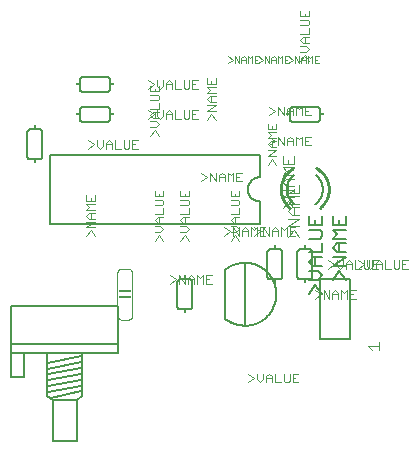
<source format=gto>
G75*
%MOIN*%
%OFA0B0*%
%FSLAX25Y25*%
%IPPOS*%
%LPD*%
%AMOC8*
5,1,8,0,0,1.08239X$1,22.5*
%
%ADD10C,0.00400*%
%ADD11C,0.00300*%
%ADD12R,0.04000X0.01000*%
%ADD13C,0.00600*%
%ADD14C,0.01000*%
%ADD15C,0.00500*%
%ADD16R,0.01500X0.01000*%
%ADD17R,0.01000X0.01500*%
%ADD18C,0.00800*%
%ADD19C,0.00200*%
D10*
X0051788Y0047883D02*
X0051788Y0061883D01*
X0051790Y0061959D01*
X0051796Y0062035D01*
X0051805Y0062110D01*
X0051819Y0062185D01*
X0051836Y0062259D01*
X0051857Y0062332D01*
X0051881Y0062404D01*
X0051910Y0062475D01*
X0051941Y0062544D01*
X0051976Y0062611D01*
X0052015Y0062676D01*
X0052057Y0062740D01*
X0052102Y0062801D01*
X0052150Y0062860D01*
X0052201Y0062916D01*
X0052255Y0062970D01*
X0052311Y0063021D01*
X0052370Y0063069D01*
X0052431Y0063114D01*
X0052495Y0063156D01*
X0052560Y0063195D01*
X0052627Y0063230D01*
X0052696Y0063261D01*
X0052767Y0063290D01*
X0052839Y0063314D01*
X0052912Y0063335D01*
X0052986Y0063352D01*
X0053061Y0063366D01*
X0053136Y0063375D01*
X0053212Y0063381D01*
X0053288Y0063383D01*
X0055288Y0063383D01*
X0055364Y0063381D01*
X0055440Y0063375D01*
X0055515Y0063366D01*
X0055590Y0063352D01*
X0055664Y0063335D01*
X0055737Y0063314D01*
X0055809Y0063290D01*
X0055880Y0063261D01*
X0055949Y0063230D01*
X0056016Y0063195D01*
X0056081Y0063156D01*
X0056145Y0063114D01*
X0056206Y0063069D01*
X0056265Y0063021D01*
X0056321Y0062970D01*
X0056375Y0062916D01*
X0056426Y0062860D01*
X0056474Y0062801D01*
X0056519Y0062740D01*
X0056561Y0062676D01*
X0056600Y0062611D01*
X0056635Y0062544D01*
X0056666Y0062475D01*
X0056695Y0062404D01*
X0056719Y0062332D01*
X0056740Y0062259D01*
X0056757Y0062185D01*
X0056771Y0062110D01*
X0056780Y0062035D01*
X0056786Y0061959D01*
X0056788Y0061883D01*
X0056788Y0047883D01*
X0056786Y0047807D01*
X0056780Y0047731D01*
X0056771Y0047656D01*
X0056757Y0047581D01*
X0056740Y0047507D01*
X0056719Y0047434D01*
X0056695Y0047362D01*
X0056666Y0047291D01*
X0056635Y0047222D01*
X0056600Y0047155D01*
X0056561Y0047090D01*
X0056519Y0047026D01*
X0056474Y0046965D01*
X0056426Y0046906D01*
X0056375Y0046850D01*
X0056321Y0046796D01*
X0056265Y0046745D01*
X0056206Y0046697D01*
X0056145Y0046652D01*
X0056081Y0046610D01*
X0056016Y0046571D01*
X0055949Y0046536D01*
X0055880Y0046505D01*
X0055809Y0046476D01*
X0055737Y0046452D01*
X0055664Y0046431D01*
X0055590Y0046414D01*
X0055515Y0046400D01*
X0055440Y0046391D01*
X0055364Y0046385D01*
X0055288Y0046383D01*
X0053288Y0046383D01*
X0053212Y0046385D01*
X0053136Y0046391D01*
X0053061Y0046400D01*
X0052986Y0046414D01*
X0052912Y0046431D01*
X0052839Y0046452D01*
X0052767Y0046476D01*
X0052696Y0046505D01*
X0052627Y0046536D01*
X0052560Y0046571D01*
X0052495Y0046610D01*
X0052431Y0046652D01*
X0052370Y0046697D01*
X0052311Y0046745D01*
X0052255Y0046796D01*
X0052201Y0046850D01*
X0052150Y0046906D01*
X0052102Y0046965D01*
X0052057Y0047026D01*
X0052015Y0047090D01*
X0051976Y0047155D01*
X0051941Y0047222D01*
X0051910Y0047291D01*
X0051881Y0047362D01*
X0051857Y0047434D01*
X0051836Y0047507D01*
X0051819Y0047581D01*
X0051805Y0047656D01*
X0051796Y0047731D01*
X0051790Y0047807D01*
X0051788Y0047883D01*
X0106985Y0083667D02*
X0108786Y0086069D01*
X0110588Y0083667D01*
X0110586Y0083792D02*
X0110586Y0081390D01*
X0109986Y0081390D02*
X0108785Y0082591D01*
X0109986Y0083792D01*
X0112388Y0083792D01*
X0112388Y0085073D02*
X0108785Y0085073D01*
X0109986Y0086274D01*
X0108785Y0087475D01*
X0112388Y0087475D01*
X0112388Y0088756D02*
X0112388Y0091158D01*
X0110588Y0091033D02*
X0108186Y0091033D01*
X0106985Y0092234D01*
X0108186Y0093436D01*
X0110588Y0093436D01*
X0110588Y0094717D02*
X0106985Y0094717D01*
X0108186Y0095918D01*
X0106985Y0097119D01*
X0110588Y0097119D01*
X0110588Y0098400D02*
X0110588Y0100802D01*
X0108786Y0099601D02*
X0108786Y0098400D01*
X0106985Y0098400D02*
X0110588Y0098400D01*
X0106985Y0098400D02*
X0106985Y0100802D01*
X0108786Y0093436D02*
X0108786Y0091033D01*
X0108785Y0091158D02*
X0108785Y0088756D01*
X0112388Y0088756D01*
X0110586Y0088756D02*
X0110586Y0089957D01*
X0110588Y0089752D02*
X0106985Y0089752D01*
X0106985Y0087350D02*
X0110588Y0089752D01*
X0110588Y0087350D02*
X0106985Y0087350D01*
X0109986Y0081390D02*
X0112388Y0081390D01*
X0112388Y0080109D02*
X0108785Y0080109D01*
X0108785Y0077707D02*
X0112388Y0080109D01*
X0112388Y0077707D02*
X0108785Y0077707D01*
X0110586Y0076425D02*
X0112388Y0074023D01*
X0110586Y0076425D02*
X0108785Y0074023D01*
D11*
X0109241Y0074333D02*
X0111176Y0074333D01*
X0110209Y0075784D02*
X0109241Y0075784D01*
X0109241Y0077235D02*
X0109241Y0074333D01*
X0108230Y0074333D02*
X0108230Y0077235D01*
X0107262Y0076268D01*
X0106295Y0077235D01*
X0106295Y0074333D01*
X0105283Y0074333D02*
X0105283Y0076268D01*
X0104316Y0077235D01*
X0103348Y0076268D01*
X0103348Y0074333D01*
X0102336Y0074333D02*
X0102336Y0077235D01*
X0101176Y0077235D02*
X0099241Y0077235D01*
X0099241Y0074333D01*
X0101176Y0074333D01*
X0100402Y0074333D02*
X0100402Y0077235D01*
X0102336Y0074333D01*
X0103348Y0075784D02*
X0105283Y0075784D01*
X0109241Y0077235D02*
X0111176Y0077235D01*
X0100209Y0075784D02*
X0099241Y0075784D01*
X0099390Y0075784D02*
X0097455Y0074333D01*
X0098230Y0074333D02*
X0098230Y0077235D01*
X0097262Y0076268D01*
X0096295Y0077235D01*
X0096295Y0074333D01*
X0095283Y0074333D02*
X0095283Y0076268D01*
X0094316Y0077235D01*
X0093348Y0076268D01*
X0093348Y0074333D01*
X0092336Y0074333D02*
X0092336Y0077235D01*
X0092488Y0076626D02*
X0091520Y0077594D01*
X0089585Y0077594D01*
X0090402Y0077235D02*
X0092336Y0074333D01*
X0091036Y0074647D02*
X0092488Y0072712D01*
X0091036Y0074647D02*
X0089585Y0072712D01*
X0090402Y0074333D02*
X0090402Y0077235D01*
X0090553Y0078605D02*
X0089585Y0079573D01*
X0090553Y0080540D01*
X0092488Y0080540D01*
X0092488Y0081552D02*
X0092488Y0083487D01*
X0092004Y0084498D02*
X0092488Y0084982D01*
X0092488Y0085949D01*
X0092004Y0086433D01*
X0089585Y0086433D01*
X0089585Y0087445D02*
X0092488Y0087445D01*
X0092488Y0089380D01*
X0091036Y0088412D02*
X0091036Y0087445D01*
X0089585Y0087445D02*
X0089585Y0089380D01*
X0090499Y0092533D02*
X0090499Y0095435D01*
X0089532Y0094468D01*
X0088564Y0095435D01*
X0088564Y0092533D01*
X0087553Y0092533D02*
X0087553Y0094468D01*
X0086585Y0095435D01*
X0085618Y0094468D01*
X0085618Y0092533D01*
X0084606Y0092533D02*
X0084606Y0095435D01*
X0085618Y0093984D02*
X0087553Y0093984D01*
X0084606Y0092533D02*
X0082671Y0095435D01*
X0082671Y0092533D01*
X0081660Y0093984D02*
X0079725Y0092533D01*
X0081660Y0093984D02*
X0079725Y0095435D01*
X0075738Y0089380D02*
X0075738Y0087445D01*
X0072835Y0087445D01*
X0072835Y0089380D01*
X0074286Y0088412D02*
X0074286Y0087445D01*
X0075254Y0086433D02*
X0072835Y0086433D01*
X0075254Y0086433D02*
X0075738Y0085949D01*
X0075738Y0084982D01*
X0075254Y0084498D01*
X0072835Y0084498D01*
X0072835Y0081552D02*
X0075738Y0081552D01*
X0075738Y0083487D01*
X0075738Y0080540D02*
X0073803Y0080540D01*
X0072835Y0079573D01*
X0073803Y0078605D01*
X0075738Y0078605D01*
X0074770Y0077594D02*
X0072835Y0077594D01*
X0074286Y0078605D02*
X0074286Y0080540D01*
X0074770Y0077594D02*
X0075738Y0076626D01*
X0074770Y0075659D01*
X0072835Y0075659D01*
X0074286Y0074647D02*
X0075738Y0072712D01*
X0074286Y0074647D02*
X0072835Y0072712D01*
X0067138Y0072712D02*
X0065686Y0074647D01*
X0064235Y0072712D01*
X0064235Y0075659D02*
X0066170Y0075659D01*
X0067138Y0076626D01*
X0066170Y0077594D01*
X0064235Y0077594D01*
X0065203Y0078605D02*
X0064235Y0079573D01*
X0065203Y0080540D01*
X0067138Y0080540D01*
X0067138Y0081552D02*
X0067138Y0083487D01*
X0066654Y0084498D02*
X0067138Y0084982D01*
X0067138Y0085949D01*
X0066654Y0086433D01*
X0064235Y0086433D01*
X0064235Y0087445D02*
X0067138Y0087445D01*
X0067138Y0089380D01*
X0065686Y0088412D02*
X0065686Y0087445D01*
X0064235Y0087445D02*
X0064235Y0089380D01*
X0064235Y0084498D02*
X0066654Y0084498D01*
X0067138Y0081552D02*
X0064235Y0081552D01*
X0065686Y0080540D02*
X0065686Y0078605D01*
X0065203Y0078605D02*
X0067138Y0078605D01*
X0069475Y0061235D02*
X0071410Y0059784D01*
X0069475Y0058333D01*
X0072421Y0058333D02*
X0072421Y0061235D01*
X0074356Y0058333D01*
X0074356Y0061235D01*
X0075368Y0060268D02*
X0076335Y0061235D01*
X0077303Y0060268D01*
X0077303Y0058333D01*
X0078314Y0058333D02*
X0078314Y0061235D01*
X0079282Y0060268D01*
X0080249Y0061235D01*
X0080249Y0058333D01*
X0081261Y0058333D02*
X0083196Y0058333D01*
X0082228Y0059784D02*
X0081261Y0059784D01*
X0081261Y0061235D02*
X0081261Y0058333D01*
X0081261Y0061235D02*
X0083196Y0061235D01*
X0077303Y0059784D02*
X0075368Y0059784D01*
X0075368Y0060268D02*
X0075368Y0058333D01*
X0087455Y0074333D02*
X0089390Y0075784D01*
X0087455Y0077235D01*
X0089585Y0075659D02*
X0091520Y0075659D01*
X0092488Y0076626D01*
X0093348Y0075784D02*
X0095283Y0075784D01*
X0097455Y0077235D02*
X0099390Y0075784D01*
X0092488Y0078605D02*
X0090553Y0078605D01*
X0091036Y0078605D02*
X0091036Y0080540D01*
X0089585Y0081552D02*
X0092488Y0081552D01*
X0092004Y0084498D02*
X0089585Y0084498D01*
X0091511Y0092533D02*
X0093446Y0092533D01*
X0092478Y0093984D02*
X0091511Y0093984D01*
X0091511Y0095435D02*
X0091511Y0092533D01*
X0091511Y0095435D02*
X0093446Y0095435D01*
X0101935Y0098050D02*
X0103386Y0099985D01*
X0104838Y0098050D01*
X0104838Y0100997D02*
X0101935Y0100997D01*
X0104838Y0102932D01*
X0101935Y0102932D01*
X0102903Y0103943D02*
X0101935Y0104911D01*
X0102903Y0105878D01*
X0104838Y0105878D01*
X0104410Y0105984D02*
X0102475Y0104533D01*
X0102903Y0103943D02*
X0104838Y0103943D01*
X0105421Y0104533D02*
X0105421Y0107435D01*
X0107356Y0104533D01*
X0107356Y0107435D01*
X0108368Y0106468D02*
X0109335Y0107435D01*
X0110303Y0106468D01*
X0110303Y0104533D01*
X0111314Y0104533D02*
X0111314Y0107435D01*
X0112282Y0106468D01*
X0113249Y0107435D01*
X0113249Y0104533D01*
X0114261Y0104533D02*
X0116196Y0104533D01*
X0115228Y0105984D02*
X0114261Y0105984D01*
X0114261Y0107435D02*
X0114261Y0104533D01*
X0114261Y0107435D02*
X0116196Y0107435D01*
X0110303Y0105984D02*
X0108368Y0105984D01*
X0108368Y0106468D02*
X0108368Y0104533D01*
X0104838Y0106890D02*
X0101935Y0106890D01*
X0102903Y0107857D01*
X0101935Y0108825D01*
X0104838Y0108825D01*
X0104838Y0109836D02*
X0104838Y0111771D01*
X0103386Y0110804D02*
X0103386Y0109836D01*
X0101935Y0109836D02*
X0104838Y0109836D01*
X0101935Y0109836D02*
X0101935Y0111771D01*
X0102475Y0114533D02*
X0104410Y0115984D01*
X0102475Y0117435D01*
X0105421Y0117435D02*
X0105421Y0114533D01*
X0107356Y0114533D02*
X0107356Y0117435D01*
X0108368Y0116468D02*
X0109335Y0117435D01*
X0110303Y0116468D01*
X0110303Y0114533D01*
X0111314Y0114533D02*
X0111314Y0117435D01*
X0112282Y0116468D01*
X0113249Y0117435D01*
X0113249Y0114533D01*
X0114261Y0114533D02*
X0116196Y0114533D01*
X0115228Y0115984D02*
X0114261Y0115984D01*
X0114261Y0117435D02*
X0114261Y0114533D01*
X0114261Y0117435D02*
X0116196Y0117435D01*
X0110303Y0115984D02*
X0108368Y0115984D01*
X0108368Y0116468D02*
X0108368Y0114533D01*
X0107356Y0114533D02*
X0105421Y0117435D01*
X0102475Y0107435D02*
X0104410Y0105984D01*
X0103386Y0105878D02*
X0103386Y0103943D01*
X0084638Y0113070D02*
X0083186Y0115005D01*
X0081735Y0113070D01*
X0081735Y0116017D02*
X0084638Y0117952D01*
X0081735Y0117952D01*
X0082703Y0118963D02*
X0081735Y0119931D01*
X0082703Y0120898D01*
X0084638Y0120898D01*
X0084638Y0121910D02*
X0081735Y0121910D01*
X0082703Y0122877D01*
X0081735Y0123845D01*
X0084638Y0123845D01*
X0084638Y0124856D02*
X0084638Y0126791D01*
X0083186Y0125824D02*
X0083186Y0124856D01*
X0081735Y0124856D02*
X0084638Y0124856D01*
X0081735Y0124856D02*
X0081735Y0126791D01*
X0078784Y0126335D02*
X0076849Y0126335D01*
X0076849Y0123433D01*
X0078784Y0123433D01*
X0077817Y0124884D02*
X0076849Y0124884D01*
X0075838Y0123917D02*
X0075354Y0123433D01*
X0074387Y0123433D01*
X0073903Y0123917D01*
X0073903Y0126335D01*
X0075838Y0126335D02*
X0075838Y0123917D01*
X0072891Y0123433D02*
X0070956Y0123433D01*
X0070956Y0126335D01*
X0069945Y0125368D02*
X0069945Y0123433D01*
X0069945Y0124884D02*
X0068010Y0124884D01*
X0068010Y0125368D02*
X0068010Y0123433D01*
X0066998Y0124400D02*
X0066998Y0126335D01*
X0068010Y0125368D02*
X0068977Y0126335D01*
X0069945Y0125368D01*
X0066998Y0124400D02*
X0066031Y0123433D01*
X0065063Y0124400D01*
X0065063Y0126335D01*
X0064052Y0124884D02*
X0062117Y0123433D01*
X0062835Y0124380D02*
X0062835Y0122445D01*
X0065738Y0122445D01*
X0065738Y0124380D01*
X0064286Y0123412D02*
X0064286Y0122445D01*
X0065254Y0121433D02*
X0065738Y0120949D01*
X0065738Y0119982D01*
X0065254Y0119498D01*
X0062835Y0119498D01*
X0062835Y0121433D02*
X0065254Y0121433D01*
X0065738Y0118487D02*
X0065738Y0116552D01*
X0062835Y0116552D01*
X0062117Y0116335D02*
X0064052Y0114884D01*
X0062117Y0113433D01*
X0062835Y0112594D02*
X0064770Y0112594D01*
X0065738Y0111626D01*
X0064770Y0110659D01*
X0062835Y0110659D01*
X0064286Y0109647D02*
X0065738Y0107712D01*
X0064286Y0109647D02*
X0062835Y0107712D01*
X0058784Y0106335D02*
X0056849Y0106335D01*
X0056849Y0103433D01*
X0058784Y0103433D01*
X0057817Y0104884D02*
X0056849Y0104884D01*
X0055838Y0103917D02*
X0055838Y0106335D01*
X0053903Y0106335D02*
X0053903Y0103917D01*
X0054387Y0103433D01*
X0055354Y0103433D01*
X0055838Y0103917D01*
X0052891Y0103433D02*
X0050956Y0103433D01*
X0050956Y0106335D01*
X0049945Y0105368D02*
X0049945Y0103433D01*
X0049945Y0104884D02*
X0048010Y0104884D01*
X0048010Y0105368D02*
X0048977Y0106335D01*
X0049945Y0105368D01*
X0048010Y0105368D02*
X0048010Y0103433D01*
X0046998Y0104400D02*
X0046998Y0106335D01*
X0046998Y0104400D02*
X0046031Y0103433D01*
X0045063Y0104400D01*
X0045063Y0106335D01*
X0044052Y0104884D02*
X0042117Y0103433D01*
X0044052Y0104884D02*
X0042117Y0106335D01*
X0041435Y0087906D02*
X0041435Y0085971D01*
X0044338Y0085971D01*
X0044338Y0087906D01*
X0042886Y0086939D02*
X0042886Y0085971D01*
X0041435Y0084960D02*
X0042403Y0083992D01*
X0041435Y0083025D01*
X0044338Y0083025D01*
X0044338Y0082013D02*
X0042403Y0082013D01*
X0041435Y0081046D01*
X0042403Y0080078D01*
X0044338Y0080078D01*
X0044338Y0079067D02*
X0041435Y0079067D01*
X0042886Y0080078D02*
X0042886Y0082013D01*
X0044338Y0079067D02*
X0041435Y0077132D01*
X0044338Y0077132D01*
X0042886Y0076120D02*
X0044338Y0074185D01*
X0042886Y0076120D02*
X0041435Y0074185D01*
X0041435Y0084960D02*
X0044338Y0084960D01*
X0063803Y0113605D02*
X0062835Y0114573D01*
X0063803Y0115540D01*
X0065738Y0115540D01*
X0065063Y0116335D02*
X0065063Y0114400D01*
X0066031Y0113433D01*
X0066998Y0114400D01*
X0066998Y0116335D01*
X0068010Y0115368D02*
X0068977Y0116335D01*
X0069945Y0115368D01*
X0069945Y0113433D01*
X0070956Y0113433D02*
X0072891Y0113433D01*
X0073903Y0113917D02*
X0074387Y0113433D01*
X0075354Y0113433D01*
X0075838Y0113917D01*
X0075838Y0116335D01*
X0076849Y0116335D02*
X0076849Y0113433D01*
X0078784Y0113433D01*
X0077817Y0114884D02*
X0076849Y0114884D01*
X0076849Y0116335D02*
X0078784Y0116335D01*
X0081735Y0116017D02*
X0084638Y0116017D01*
X0084638Y0118963D02*
X0082703Y0118963D01*
X0083186Y0118963D02*
X0083186Y0120898D01*
X0073903Y0116335D02*
X0073903Y0113917D01*
X0070956Y0113433D02*
X0070956Y0116335D01*
X0069945Y0114884D02*
X0068010Y0114884D01*
X0068010Y0115368D02*
X0068010Y0113433D01*
X0065738Y0113605D02*
X0063803Y0113605D01*
X0064286Y0113605D02*
X0064286Y0115540D01*
X0064052Y0124884D02*
X0062117Y0126335D01*
X0112835Y0132712D02*
X0114286Y0134647D01*
X0115738Y0132712D01*
X0114770Y0135659D02*
X0112835Y0135659D01*
X0112835Y0137594D02*
X0114770Y0137594D01*
X0115738Y0136626D01*
X0114770Y0135659D01*
X0114286Y0138605D02*
X0114286Y0140540D01*
X0113803Y0140540D02*
X0115738Y0140540D01*
X0115738Y0141552D02*
X0115738Y0143487D01*
X0115254Y0144498D02*
X0115738Y0144982D01*
X0115738Y0145949D01*
X0115254Y0146433D01*
X0112835Y0146433D01*
X0112835Y0147445D02*
X0115738Y0147445D01*
X0115738Y0149380D01*
X0114286Y0148412D02*
X0114286Y0147445D01*
X0112835Y0147445D02*
X0112835Y0149380D01*
X0112835Y0144498D02*
X0115254Y0144498D01*
X0115738Y0141552D02*
X0112835Y0141552D01*
X0113803Y0140540D02*
X0112835Y0139573D01*
X0113803Y0138605D01*
X0115738Y0138605D01*
X0122117Y0066335D02*
X0124052Y0064884D01*
X0122117Y0063433D01*
X0125063Y0064400D02*
X0125063Y0066335D01*
X0125063Y0064400D02*
X0126031Y0063433D01*
X0126998Y0064400D01*
X0126998Y0066335D01*
X0128010Y0065368D02*
X0128977Y0066335D01*
X0129945Y0065368D01*
X0129945Y0063433D01*
X0130956Y0063433D02*
X0132891Y0063433D01*
X0132117Y0063433D02*
X0134052Y0064884D01*
X0132117Y0066335D01*
X0130956Y0066335D02*
X0130956Y0063433D01*
X0129945Y0064884D02*
X0128010Y0064884D01*
X0128010Y0065368D02*
X0128010Y0063433D01*
X0133903Y0063917D02*
X0134387Y0063433D01*
X0135354Y0063433D01*
X0135838Y0063917D01*
X0135838Y0066335D01*
X0135063Y0066335D02*
X0135063Y0064400D01*
X0136031Y0063433D01*
X0136998Y0064400D01*
X0136998Y0066335D01*
X0136849Y0066335D02*
X0136849Y0063433D01*
X0138784Y0063433D01*
X0138010Y0063433D02*
X0138010Y0065368D01*
X0138977Y0066335D01*
X0139945Y0065368D01*
X0139945Y0063433D01*
X0140956Y0063433D02*
X0142891Y0063433D01*
X0143903Y0063917D02*
X0144387Y0063433D01*
X0145354Y0063433D01*
X0145838Y0063917D01*
X0145838Y0066335D01*
X0146849Y0066335D02*
X0146849Y0063433D01*
X0148784Y0063433D01*
X0147817Y0064884D02*
X0146849Y0064884D01*
X0146849Y0066335D02*
X0148784Y0066335D01*
X0143903Y0066335D02*
X0143903Y0063917D01*
X0140956Y0063433D02*
X0140956Y0066335D01*
X0139945Y0064884D02*
X0138010Y0064884D01*
X0137817Y0064884D02*
X0136849Y0064884D01*
X0136849Y0066335D02*
X0138784Y0066335D01*
X0133903Y0066335D02*
X0133903Y0063917D01*
X0131311Y0056335D02*
X0129376Y0056335D01*
X0129376Y0053433D01*
X0131311Y0053433D01*
X0130344Y0054884D02*
X0129376Y0054884D01*
X0128364Y0056335D02*
X0128364Y0053433D01*
X0126430Y0053433D02*
X0126430Y0056335D01*
X0127397Y0055368D01*
X0128364Y0056335D01*
X0125418Y0055368D02*
X0125418Y0053433D01*
X0125418Y0054884D02*
X0123483Y0054884D01*
X0123483Y0055368D02*
X0124450Y0056335D01*
X0125418Y0055368D01*
X0123483Y0055368D02*
X0123483Y0053433D01*
X0122471Y0053433D02*
X0122471Y0056335D01*
X0120536Y0056335D02*
X0122471Y0053433D01*
X0120536Y0053433D02*
X0120536Y0056335D01*
X0119525Y0054884D02*
X0117590Y0053433D01*
X0119525Y0054884D02*
X0117590Y0056335D01*
X0135434Y0037584D02*
X0139138Y0037584D01*
X0139138Y0036350D02*
X0139138Y0038819D01*
X0136669Y0036350D02*
X0135434Y0037584D01*
X0112142Y0028435D02*
X0110208Y0028435D01*
X0110208Y0025533D01*
X0112142Y0025533D01*
X0111175Y0026984D02*
X0110208Y0026984D01*
X0109196Y0026017D02*
X0109196Y0028435D01*
X0107261Y0028435D02*
X0107261Y0026017D01*
X0107745Y0025533D01*
X0108712Y0025533D01*
X0109196Y0026017D01*
X0106249Y0025533D02*
X0104314Y0025533D01*
X0104314Y0028435D01*
X0103303Y0027468D02*
X0103303Y0025533D01*
X0103303Y0026984D02*
X0101368Y0026984D01*
X0101368Y0027468D02*
X0102335Y0028435D01*
X0103303Y0027468D01*
X0101368Y0027468D02*
X0101368Y0025533D01*
X0100356Y0026500D02*
X0100356Y0028435D01*
X0100356Y0026500D02*
X0099389Y0025533D01*
X0098421Y0026500D01*
X0098421Y0028435D01*
X0097410Y0026984D02*
X0095475Y0025533D01*
X0097410Y0026984D02*
X0095475Y0028435D01*
D12*
X0054288Y0053883D03*
X0054288Y0055883D03*
D13*
X0029288Y0078383D02*
X0029288Y0101383D01*
X0099288Y0101383D01*
X0099288Y0093883D01*
X0099162Y0093881D01*
X0099037Y0093875D01*
X0098912Y0093865D01*
X0098787Y0093851D01*
X0098662Y0093834D01*
X0098538Y0093812D01*
X0098415Y0093787D01*
X0098293Y0093757D01*
X0098172Y0093724D01*
X0098052Y0093687D01*
X0097933Y0093647D01*
X0097816Y0093602D01*
X0097699Y0093554D01*
X0097585Y0093502D01*
X0097472Y0093447D01*
X0097361Y0093388D01*
X0097252Y0093326D01*
X0097145Y0093260D01*
X0097040Y0093191D01*
X0096937Y0093119D01*
X0096836Y0093044D01*
X0096738Y0092965D01*
X0096643Y0092883D01*
X0096550Y0092799D01*
X0096460Y0092711D01*
X0096372Y0092621D01*
X0096288Y0092528D01*
X0096206Y0092433D01*
X0096127Y0092335D01*
X0096052Y0092234D01*
X0095980Y0092131D01*
X0095911Y0092026D01*
X0095845Y0091919D01*
X0095783Y0091810D01*
X0095724Y0091699D01*
X0095669Y0091586D01*
X0095617Y0091472D01*
X0095569Y0091355D01*
X0095524Y0091238D01*
X0095484Y0091119D01*
X0095447Y0090999D01*
X0095414Y0090878D01*
X0095384Y0090756D01*
X0095359Y0090633D01*
X0095337Y0090509D01*
X0095320Y0090384D01*
X0095306Y0090259D01*
X0095296Y0090134D01*
X0095290Y0090009D01*
X0095288Y0089883D01*
X0095290Y0089757D01*
X0095296Y0089632D01*
X0095306Y0089507D01*
X0095320Y0089382D01*
X0095337Y0089257D01*
X0095359Y0089133D01*
X0095384Y0089010D01*
X0095414Y0088888D01*
X0095447Y0088767D01*
X0095484Y0088647D01*
X0095524Y0088528D01*
X0095569Y0088411D01*
X0095617Y0088294D01*
X0095669Y0088180D01*
X0095724Y0088067D01*
X0095783Y0087956D01*
X0095845Y0087847D01*
X0095911Y0087740D01*
X0095980Y0087635D01*
X0096052Y0087532D01*
X0096127Y0087431D01*
X0096206Y0087333D01*
X0096288Y0087238D01*
X0096372Y0087145D01*
X0096460Y0087055D01*
X0096550Y0086967D01*
X0096643Y0086883D01*
X0096738Y0086801D01*
X0096836Y0086722D01*
X0096937Y0086647D01*
X0097040Y0086575D01*
X0097145Y0086506D01*
X0097252Y0086440D01*
X0097361Y0086378D01*
X0097472Y0086319D01*
X0097585Y0086264D01*
X0097699Y0086212D01*
X0097816Y0086164D01*
X0097933Y0086119D01*
X0098052Y0086079D01*
X0098172Y0086042D01*
X0098293Y0086009D01*
X0098415Y0085979D01*
X0098538Y0085954D01*
X0098662Y0085932D01*
X0098787Y0085915D01*
X0098912Y0085901D01*
X0099037Y0085891D01*
X0099162Y0085885D01*
X0099288Y0085883D01*
X0099288Y0078383D01*
X0029288Y0078383D01*
X0108288Y0089883D02*
X0108290Y0090035D01*
X0108296Y0090186D01*
X0108305Y0090337D01*
X0108319Y0090489D01*
X0108336Y0090639D01*
X0108357Y0090789D01*
X0108382Y0090939D01*
X0108410Y0091088D01*
X0108443Y0091236D01*
X0108479Y0091383D01*
X0108518Y0091530D01*
X0108562Y0091675D01*
X0108609Y0091819D01*
X0108660Y0091962D01*
X0108714Y0092103D01*
X0108772Y0092244D01*
X0108833Y0092382D01*
X0108898Y0092519D01*
X0108967Y0092655D01*
X0109038Y0092788D01*
X0109113Y0092920D01*
X0109192Y0093050D01*
X0109273Y0093177D01*
X0109358Y0093303D01*
X0109446Y0093427D01*
X0109537Y0093548D01*
X0109631Y0093667D01*
X0109729Y0093783D01*
X0109829Y0093897D01*
X0109931Y0094009D01*
X0110037Y0094117D01*
X0110145Y0094223D01*
X0110256Y0094327D01*
X0110370Y0094427D01*
X0110486Y0094525D01*
X0110605Y0094619D01*
X0120288Y0089883D02*
X0120286Y0089729D01*
X0120280Y0089575D01*
X0120270Y0089421D01*
X0120256Y0089267D01*
X0120239Y0089114D01*
X0120217Y0088962D01*
X0120191Y0088810D01*
X0120162Y0088658D01*
X0120128Y0088508D01*
X0120091Y0088358D01*
X0120050Y0088210D01*
X0120005Y0088062D01*
X0119956Y0087916D01*
X0119904Y0087771D01*
X0119848Y0087628D01*
X0119788Y0087485D01*
X0119725Y0087345D01*
X0119658Y0087206D01*
X0119587Y0087069D01*
X0119513Y0086934D01*
X0119436Y0086801D01*
X0119355Y0086669D01*
X0119271Y0086540D01*
X0119183Y0086413D01*
X0119092Y0086289D01*
X0118999Y0086167D01*
X0118901Y0086047D01*
X0118801Y0085930D01*
X0118698Y0085815D01*
X0118592Y0085703D01*
X0118484Y0085594D01*
X0118372Y0085488D01*
X0118258Y0085384D01*
X0118141Y0085284D01*
X0118022Y0085186D01*
X0117900Y0085092D01*
X0117775Y0085001D01*
X0120288Y0089883D02*
X0120286Y0090033D01*
X0120280Y0090184D01*
X0120271Y0090334D01*
X0120258Y0090483D01*
X0120241Y0090633D01*
X0120220Y0090782D01*
X0120196Y0090930D01*
X0120168Y0091078D01*
X0120136Y0091225D01*
X0120101Y0091371D01*
X0120061Y0091516D01*
X0120019Y0091660D01*
X0119972Y0091803D01*
X0119922Y0091945D01*
X0119869Y0092086D01*
X0119812Y0092225D01*
X0119752Y0092363D01*
X0119688Y0092499D01*
X0119621Y0092633D01*
X0119550Y0092766D01*
X0119476Y0092897D01*
X0119399Y0093026D01*
X0119318Y0093153D01*
X0119235Y0093278D01*
X0119148Y0093401D01*
X0119059Y0093522D01*
X0118966Y0093640D01*
X0118870Y0093756D01*
X0118772Y0093870D01*
X0118671Y0093981D01*
X0118566Y0094090D01*
X0118460Y0094195D01*
X0118350Y0094299D01*
X0118238Y0094399D01*
X0118124Y0094497D01*
X0118007Y0094591D01*
X0117888Y0094683D01*
X0108288Y0089883D02*
X0108290Y0089731D01*
X0108296Y0089580D01*
X0108305Y0089429D01*
X0108319Y0089277D01*
X0108336Y0089127D01*
X0108357Y0088977D01*
X0108382Y0088827D01*
X0108410Y0088678D01*
X0108443Y0088530D01*
X0108479Y0088383D01*
X0108518Y0088236D01*
X0108562Y0088091D01*
X0108609Y0087947D01*
X0108660Y0087804D01*
X0108714Y0087663D01*
X0108772Y0087522D01*
X0108833Y0087384D01*
X0108898Y0087247D01*
X0108967Y0087111D01*
X0109038Y0086978D01*
X0109113Y0086846D01*
X0109192Y0086716D01*
X0109273Y0086589D01*
X0109358Y0086463D01*
X0109446Y0086339D01*
X0109537Y0086218D01*
X0109631Y0086099D01*
X0109729Y0085983D01*
X0109829Y0085869D01*
X0109931Y0085757D01*
X0110037Y0085649D01*
X0110145Y0085543D01*
X0110256Y0085439D01*
X0110370Y0085339D01*
X0110486Y0085241D01*
X0110605Y0085147D01*
D14*
X0122288Y0089883D02*
X0122286Y0090075D01*
X0122279Y0090267D01*
X0122267Y0090459D01*
X0122251Y0090651D01*
X0122230Y0090842D01*
X0122205Y0091032D01*
X0122175Y0091222D01*
X0122141Y0091411D01*
X0122102Y0091599D01*
X0122058Y0091786D01*
X0122010Y0091972D01*
X0121958Y0092157D01*
X0121901Y0092341D01*
X0121840Y0092523D01*
X0121774Y0092703D01*
X0121704Y0092882D01*
X0121630Y0093060D01*
X0121552Y0093235D01*
X0121469Y0093409D01*
X0121382Y0093580D01*
X0121292Y0093749D01*
X0121197Y0093916D01*
X0121098Y0094081D01*
X0120995Y0094244D01*
X0120888Y0094403D01*
X0120778Y0094561D01*
X0120664Y0094715D01*
X0120546Y0094867D01*
X0120424Y0095016D01*
X0120299Y0095162D01*
X0120171Y0095304D01*
X0120039Y0095444D01*
X0119904Y0095581D01*
X0119765Y0095714D01*
X0119624Y0095844D01*
X0119479Y0095970D01*
X0119331Y0096093D01*
X0119181Y0096212D01*
X0119027Y0096328D01*
X0118871Y0096440D01*
X0118712Y0096548D01*
X0118551Y0096653D01*
X0118387Y0096753D01*
X0118221Y0096849D01*
X0118053Y0096942D01*
X0110319Y0096829D02*
X0110150Y0096730D01*
X0109984Y0096626D01*
X0109820Y0096519D01*
X0109659Y0096408D01*
X0109501Y0096293D01*
X0109346Y0096174D01*
X0109193Y0096051D01*
X0109044Y0095925D01*
X0108898Y0095795D01*
X0108755Y0095661D01*
X0108615Y0095524D01*
X0108479Y0095384D01*
X0108346Y0095240D01*
X0108217Y0095093D01*
X0108091Y0094943D01*
X0107970Y0094790D01*
X0107851Y0094634D01*
X0107737Y0094475D01*
X0107627Y0094314D01*
X0107521Y0094149D01*
X0107418Y0093983D01*
X0107320Y0093813D01*
X0107226Y0093642D01*
X0107136Y0093468D01*
X0107051Y0093292D01*
X0106969Y0093114D01*
X0106893Y0092934D01*
X0106820Y0092752D01*
X0106752Y0092569D01*
X0106689Y0092384D01*
X0106630Y0092197D01*
X0106576Y0092009D01*
X0106526Y0091820D01*
X0106481Y0091630D01*
X0106441Y0091438D01*
X0106405Y0091246D01*
X0106374Y0091053D01*
X0106348Y0090859D01*
X0106326Y0090664D01*
X0106310Y0090469D01*
X0106298Y0090274D01*
X0106290Y0090078D01*
X0106288Y0089883D01*
X0106290Y0089690D01*
X0106297Y0089497D01*
X0106309Y0089305D01*
X0106325Y0089112D01*
X0106346Y0088920D01*
X0106372Y0088729D01*
X0106402Y0088539D01*
X0106437Y0088349D01*
X0106476Y0088160D01*
X0106520Y0087972D01*
X0106568Y0087785D01*
X0106621Y0087599D01*
X0106678Y0087415D01*
X0106740Y0087232D01*
X0106806Y0087051D01*
X0106877Y0086871D01*
X0106951Y0086693D01*
X0107030Y0086517D01*
X0107114Y0086343D01*
X0107201Y0086171D01*
X0107293Y0086001D01*
X0107389Y0085834D01*
X0107488Y0085668D01*
X0107592Y0085505D01*
X0107699Y0085345D01*
X0107811Y0085188D01*
X0107926Y0085033D01*
X0108045Y0084881D01*
X0108167Y0084732D01*
X0108293Y0084585D01*
X0108423Y0084442D01*
X0108556Y0084302D01*
X0108692Y0084166D01*
X0108832Y0084032D01*
X0108974Y0083903D01*
X0109120Y0083776D01*
X0119410Y0083737D02*
X0119558Y0083864D01*
X0119703Y0083994D01*
X0119844Y0084127D01*
X0119983Y0084264D01*
X0120118Y0084404D01*
X0120249Y0084548D01*
X0120377Y0084695D01*
X0120502Y0084844D01*
X0120623Y0084997D01*
X0120740Y0085152D01*
X0120853Y0085311D01*
X0120962Y0085472D01*
X0121067Y0085636D01*
X0121169Y0085802D01*
X0121266Y0085971D01*
X0121359Y0086141D01*
X0121448Y0086315D01*
X0121533Y0086490D01*
X0121613Y0086667D01*
X0121689Y0086846D01*
X0121761Y0087027D01*
X0121828Y0087210D01*
X0121891Y0087394D01*
X0121949Y0087580D01*
X0122003Y0087767D01*
X0122052Y0087955D01*
X0122097Y0088145D01*
X0122137Y0088335D01*
X0122172Y0088527D01*
X0122203Y0088719D01*
X0122229Y0088912D01*
X0122250Y0089106D01*
X0122267Y0089300D01*
X0122279Y0089494D01*
X0122286Y0089688D01*
X0122288Y0089883D01*
D15*
X0123534Y0081031D02*
X0123534Y0078029D01*
X0128038Y0078029D01*
X0128038Y0081031D01*
X0125786Y0079530D02*
X0125786Y0078029D01*
X0123534Y0076427D02*
X0128038Y0076427D01*
X0128038Y0073425D02*
X0123534Y0073425D01*
X0125035Y0074926D01*
X0123534Y0076427D01*
X0120038Y0075677D02*
X0120038Y0074176D01*
X0119287Y0073425D01*
X0115534Y0073425D01*
X0115534Y0076427D02*
X0119287Y0076427D01*
X0120038Y0075677D01*
X0120038Y0078029D02*
X0120038Y0081031D01*
X0117786Y0079530D02*
X0117786Y0078029D01*
X0115534Y0078029D02*
X0120038Y0078029D01*
X0115534Y0078029D02*
X0115534Y0081031D01*
X0120038Y0071824D02*
X0120038Y0068821D01*
X0115534Y0068821D01*
X0115788Y0069883D02*
X0115848Y0069881D01*
X0115909Y0069876D01*
X0115968Y0069867D01*
X0116027Y0069854D01*
X0116086Y0069838D01*
X0116143Y0069818D01*
X0116198Y0069795D01*
X0116253Y0069768D01*
X0116305Y0069739D01*
X0116356Y0069706D01*
X0116405Y0069670D01*
X0116451Y0069632D01*
X0116495Y0069590D01*
X0116537Y0069546D01*
X0116575Y0069500D01*
X0116611Y0069451D01*
X0116644Y0069400D01*
X0116673Y0069348D01*
X0116700Y0069293D01*
X0116723Y0069238D01*
X0116743Y0069181D01*
X0116759Y0069122D01*
X0116772Y0069063D01*
X0116781Y0069004D01*
X0116786Y0068943D01*
X0116788Y0068883D01*
X0116788Y0060883D01*
X0116786Y0060823D01*
X0116781Y0060762D01*
X0116772Y0060703D01*
X0116759Y0060644D01*
X0116743Y0060585D01*
X0116723Y0060528D01*
X0116700Y0060473D01*
X0116673Y0060418D01*
X0116644Y0060366D01*
X0116611Y0060315D01*
X0116575Y0060266D01*
X0116537Y0060220D01*
X0116495Y0060176D01*
X0116451Y0060134D01*
X0116405Y0060096D01*
X0116356Y0060060D01*
X0116305Y0060027D01*
X0116253Y0059998D01*
X0116198Y0059971D01*
X0116143Y0059948D01*
X0116086Y0059928D01*
X0116027Y0059912D01*
X0115968Y0059899D01*
X0115909Y0059890D01*
X0115848Y0059885D01*
X0115788Y0059883D01*
X0112788Y0059883D01*
X0112728Y0059885D01*
X0112667Y0059890D01*
X0112608Y0059899D01*
X0112549Y0059912D01*
X0112490Y0059928D01*
X0112433Y0059948D01*
X0112378Y0059971D01*
X0112323Y0059998D01*
X0112271Y0060027D01*
X0112220Y0060060D01*
X0112171Y0060096D01*
X0112125Y0060134D01*
X0112081Y0060176D01*
X0112039Y0060220D01*
X0112001Y0060266D01*
X0111965Y0060315D01*
X0111932Y0060366D01*
X0111903Y0060418D01*
X0111876Y0060473D01*
X0111853Y0060528D01*
X0111833Y0060585D01*
X0111817Y0060644D01*
X0111804Y0060703D01*
X0111795Y0060762D01*
X0111790Y0060823D01*
X0111788Y0060883D01*
X0111788Y0068883D01*
X0111790Y0068943D01*
X0111795Y0069004D01*
X0111804Y0069063D01*
X0111817Y0069122D01*
X0111833Y0069181D01*
X0111853Y0069238D01*
X0111876Y0069293D01*
X0111903Y0069348D01*
X0111932Y0069400D01*
X0111965Y0069451D01*
X0112001Y0069500D01*
X0112039Y0069546D01*
X0112081Y0069590D01*
X0112125Y0069632D01*
X0112171Y0069670D01*
X0112220Y0069706D01*
X0112271Y0069739D01*
X0112323Y0069768D01*
X0112378Y0069795D01*
X0112433Y0069818D01*
X0112490Y0069838D01*
X0112549Y0069854D01*
X0112608Y0069867D01*
X0112667Y0069876D01*
X0112728Y0069881D01*
X0112788Y0069883D01*
X0115788Y0069883D01*
X0117035Y0067220D02*
X0120038Y0067220D01*
X0117786Y0067220D02*
X0117786Y0064217D01*
X0117035Y0064217D02*
X0115534Y0065718D01*
X0117035Y0067220D01*
X0117035Y0064217D02*
X0120038Y0064217D01*
X0118536Y0062616D02*
X0115534Y0062616D01*
X0118536Y0062616D02*
X0120038Y0061114D01*
X0118536Y0059613D01*
X0115534Y0059613D01*
X0117786Y0058012D02*
X0120038Y0055009D01*
X0117786Y0058012D02*
X0115534Y0055009D01*
X0119288Y0059883D02*
X0129288Y0059883D01*
X0129288Y0039883D01*
X0119288Y0039883D01*
X0119288Y0059883D01*
X0123534Y0059613D02*
X0125786Y0062616D01*
X0128038Y0059613D01*
X0128038Y0064217D02*
X0123534Y0064217D01*
X0128038Y0067220D01*
X0123534Y0067220D01*
X0125035Y0068821D02*
X0123534Y0070322D01*
X0125035Y0071824D01*
X0128038Y0071824D01*
X0125786Y0071824D02*
X0125786Y0068821D01*
X0125035Y0068821D02*
X0128038Y0068821D01*
X0106788Y0068883D02*
X0106788Y0060883D01*
X0106786Y0060823D01*
X0106781Y0060762D01*
X0106772Y0060703D01*
X0106759Y0060644D01*
X0106743Y0060585D01*
X0106723Y0060528D01*
X0106700Y0060473D01*
X0106673Y0060418D01*
X0106644Y0060366D01*
X0106611Y0060315D01*
X0106575Y0060266D01*
X0106537Y0060220D01*
X0106495Y0060176D01*
X0106451Y0060134D01*
X0106405Y0060096D01*
X0106356Y0060060D01*
X0106305Y0060027D01*
X0106253Y0059998D01*
X0106198Y0059971D01*
X0106143Y0059948D01*
X0106086Y0059928D01*
X0106027Y0059912D01*
X0105968Y0059899D01*
X0105909Y0059890D01*
X0105848Y0059885D01*
X0105788Y0059883D01*
X0102788Y0059883D01*
X0102728Y0059885D01*
X0102667Y0059890D01*
X0102608Y0059899D01*
X0102549Y0059912D01*
X0102490Y0059928D01*
X0102433Y0059948D01*
X0102378Y0059971D01*
X0102323Y0059998D01*
X0102271Y0060027D01*
X0102220Y0060060D01*
X0102171Y0060096D01*
X0102125Y0060134D01*
X0102081Y0060176D01*
X0102039Y0060220D01*
X0102001Y0060266D01*
X0101965Y0060315D01*
X0101932Y0060366D01*
X0101903Y0060418D01*
X0101876Y0060473D01*
X0101853Y0060528D01*
X0101833Y0060585D01*
X0101817Y0060644D01*
X0101804Y0060703D01*
X0101795Y0060762D01*
X0101790Y0060823D01*
X0101788Y0060883D01*
X0101788Y0068883D01*
X0101790Y0068943D01*
X0101795Y0069004D01*
X0101804Y0069063D01*
X0101817Y0069122D01*
X0101833Y0069181D01*
X0101853Y0069238D01*
X0101876Y0069293D01*
X0101903Y0069348D01*
X0101932Y0069400D01*
X0101965Y0069451D01*
X0102001Y0069500D01*
X0102039Y0069546D01*
X0102081Y0069590D01*
X0102125Y0069632D01*
X0102171Y0069670D01*
X0102220Y0069706D01*
X0102271Y0069739D01*
X0102323Y0069768D01*
X0102378Y0069795D01*
X0102433Y0069818D01*
X0102490Y0069838D01*
X0102549Y0069854D01*
X0102608Y0069867D01*
X0102667Y0069876D01*
X0102728Y0069881D01*
X0102788Y0069883D01*
X0105788Y0069883D01*
X0105848Y0069881D01*
X0105909Y0069876D01*
X0105968Y0069867D01*
X0106027Y0069854D01*
X0106086Y0069838D01*
X0106143Y0069818D01*
X0106198Y0069795D01*
X0106253Y0069768D01*
X0106305Y0069739D01*
X0106356Y0069706D01*
X0106405Y0069670D01*
X0106451Y0069632D01*
X0106495Y0069590D01*
X0106537Y0069546D01*
X0106575Y0069500D01*
X0106611Y0069451D01*
X0106644Y0069400D01*
X0106673Y0069348D01*
X0106700Y0069293D01*
X0106723Y0069238D01*
X0106743Y0069181D01*
X0106759Y0069122D01*
X0106772Y0069063D01*
X0106781Y0069004D01*
X0106786Y0068943D01*
X0106788Y0068883D01*
X0094288Y0065371D02*
X0094288Y0044395D01*
X0087788Y0046635D02*
X0087788Y0063131D01*
X0089816Y0045383D02*
X0090081Y0045270D01*
X0090349Y0045164D01*
X0090619Y0045065D01*
X0090892Y0044972D01*
X0091167Y0044886D01*
X0091444Y0044807D01*
X0091722Y0044734D01*
X0092003Y0044669D01*
X0092285Y0044610D01*
X0092568Y0044558D01*
X0092853Y0044513D01*
X0093139Y0044476D01*
X0093425Y0044445D01*
X0093712Y0044421D01*
X0094000Y0044404D01*
X0094288Y0044395D01*
X0089816Y0064383D02*
X0090081Y0064496D01*
X0090349Y0064602D01*
X0090619Y0064701D01*
X0090892Y0064794D01*
X0091167Y0064880D01*
X0091444Y0064959D01*
X0091722Y0065032D01*
X0092003Y0065097D01*
X0092285Y0065156D01*
X0092568Y0065208D01*
X0092853Y0065253D01*
X0093139Y0065290D01*
X0093425Y0065321D01*
X0093712Y0065345D01*
X0094000Y0065362D01*
X0094288Y0065371D01*
X0094287Y0065371D02*
X0094519Y0065374D01*
X0094750Y0065372D01*
X0094981Y0065364D01*
X0095212Y0065350D01*
X0095442Y0065331D01*
X0095672Y0065306D01*
X0095901Y0065275D01*
X0096130Y0065239D01*
X0096357Y0065198D01*
X0096584Y0065151D01*
X0096809Y0065098D01*
X0097033Y0065040D01*
X0097255Y0064976D01*
X0097476Y0064907D01*
X0097695Y0064833D01*
X0097912Y0064753D01*
X0098127Y0064668D01*
X0098340Y0064578D01*
X0098551Y0064483D01*
X0098759Y0064383D01*
X0089816Y0064385D02*
X0089601Y0064281D01*
X0089388Y0064172D01*
X0089178Y0064058D01*
X0088971Y0063939D01*
X0088766Y0063816D01*
X0088564Y0063688D01*
X0088365Y0063555D01*
X0088170Y0063418D01*
X0087977Y0063277D01*
X0087788Y0063131D01*
X0098760Y0064383D02*
X0098990Y0064271D01*
X0099217Y0064154D01*
X0099441Y0064032D01*
X0099662Y0063904D01*
X0099879Y0063770D01*
X0100094Y0063632D01*
X0100305Y0063488D01*
X0100512Y0063339D01*
X0100716Y0063185D01*
X0100916Y0063027D01*
X0101112Y0062863D01*
X0101304Y0062695D01*
X0101492Y0062522D01*
X0101676Y0062344D01*
X0101855Y0062163D01*
X0102030Y0061976D01*
X0102200Y0061786D01*
X0102365Y0061592D01*
X0102526Y0061393D01*
X0102682Y0061191D01*
X0102833Y0060985D01*
X0102979Y0060775D01*
X0103119Y0060562D01*
X0103255Y0060346D01*
X0103385Y0060126D01*
X0103510Y0059903D01*
X0103629Y0059678D01*
X0103743Y0059449D01*
X0103851Y0059218D01*
X0103954Y0058984D01*
X0104051Y0058748D01*
X0104142Y0058509D01*
X0104227Y0058269D01*
X0104307Y0058026D01*
X0104380Y0057781D01*
X0104448Y0057535D01*
X0104509Y0057287D01*
X0104564Y0057038D01*
X0104614Y0056788D01*
X0104657Y0056536D01*
X0104694Y0056283D01*
X0104725Y0056030D01*
X0104750Y0055776D01*
X0104769Y0055521D01*
X0104781Y0055266D01*
X0104787Y0055011D01*
X0104787Y0054755D01*
X0104781Y0054500D01*
X0104769Y0054245D01*
X0104750Y0053990D01*
X0104725Y0053736D01*
X0104694Y0053483D01*
X0104657Y0053230D01*
X0104614Y0052978D01*
X0104564Y0052728D01*
X0104509Y0052479D01*
X0104448Y0052231D01*
X0104380Y0051985D01*
X0104307Y0051740D01*
X0104227Y0051497D01*
X0104142Y0051257D01*
X0104051Y0051018D01*
X0103954Y0050782D01*
X0103851Y0050548D01*
X0103743Y0050317D01*
X0103629Y0050088D01*
X0103510Y0049863D01*
X0103385Y0049640D01*
X0103255Y0049420D01*
X0103119Y0049204D01*
X0102979Y0048991D01*
X0102833Y0048781D01*
X0102682Y0048575D01*
X0102526Y0048373D01*
X0102365Y0048174D01*
X0102200Y0047980D01*
X0102030Y0047790D01*
X0101855Y0047603D01*
X0101676Y0047422D01*
X0101492Y0047244D01*
X0101304Y0047071D01*
X0101112Y0046903D01*
X0100916Y0046739D01*
X0100716Y0046581D01*
X0100512Y0046427D01*
X0100305Y0046278D01*
X0100094Y0046134D01*
X0099879Y0045996D01*
X0099662Y0045862D01*
X0099441Y0045734D01*
X0099217Y0045612D01*
X0098990Y0045495D01*
X0098760Y0045383D01*
X0098759Y0045383D02*
X0098551Y0045283D01*
X0098340Y0045188D01*
X0098127Y0045098D01*
X0097912Y0045013D01*
X0097695Y0044933D01*
X0097476Y0044859D01*
X0097255Y0044790D01*
X0097033Y0044726D01*
X0096809Y0044668D01*
X0096584Y0044615D01*
X0096357Y0044568D01*
X0096130Y0044527D01*
X0095901Y0044491D01*
X0095672Y0044460D01*
X0095442Y0044435D01*
X0095212Y0044416D01*
X0094981Y0044402D01*
X0094750Y0044394D01*
X0094519Y0044392D01*
X0094287Y0044395D01*
X0089910Y0045337D02*
X0089685Y0045444D01*
X0089462Y0045556D01*
X0089242Y0045673D01*
X0089025Y0045795D01*
X0088810Y0045923D01*
X0088599Y0046056D01*
X0088391Y0046193D01*
X0088187Y0046336D01*
X0087985Y0046483D01*
X0087788Y0046635D01*
X0076788Y0050883D02*
X0076788Y0058883D01*
X0076786Y0058943D01*
X0076781Y0059004D01*
X0076772Y0059063D01*
X0076759Y0059122D01*
X0076743Y0059181D01*
X0076723Y0059238D01*
X0076700Y0059293D01*
X0076673Y0059348D01*
X0076644Y0059400D01*
X0076611Y0059451D01*
X0076575Y0059500D01*
X0076537Y0059546D01*
X0076495Y0059590D01*
X0076451Y0059632D01*
X0076405Y0059670D01*
X0076356Y0059706D01*
X0076305Y0059739D01*
X0076253Y0059768D01*
X0076198Y0059795D01*
X0076143Y0059818D01*
X0076086Y0059838D01*
X0076027Y0059854D01*
X0075968Y0059867D01*
X0075909Y0059876D01*
X0075848Y0059881D01*
X0075788Y0059883D01*
X0072788Y0059883D01*
X0072728Y0059881D01*
X0072667Y0059876D01*
X0072608Y0059867D01*
X0072549Y0059854D01*
X0072490Y0059838D01*
X0072433Y0059818D01*
X0072378Y0059795D01*
X0072323Y0059768D01*
X0072271Y0059739D01*
X0072220Y0059706D01*
X0072171Y0059670D01*
X0072125Y0059632D01*
X0072081Y0059590D01*
X0072039Y0059546D01*
X0072001Y0059500D01*
X0071965Y0059451D01*
X0071932Y0059400D01*
X0071903Y0059348D01*
X0071876Y0059293D01*
X0071853Y0059238D01*
X0071833Y0059181D01*
X0071817Y0059122D01*
X0071804Y0059063D01*
X0071795Y0059004D01*
X0071790Y0058943D01*
X0071788Y0058883D01*
X0071788Y0050883D01*
X0071790Y0050823D01*
X0071795Y0050762D01*
X0071804Y0050703D01*
X0071817Y0050644D01*
X0071833Y0050585D01*
X0071853Y0050528D01*
X0071876Y0050473D01*
X0071903Y0050418D01*
X0071932Y0050366D01*
X0071965Y0050315D01*
X0072001Y0050266D01*
X0072039Y0050220D01*
X0072081Y0050176D01*
X0072125Y0050134D01*
X0072171Y0050096D01*
X0072220Y0050060D01*
X0072271Y0050027D01*
X0072323Y0049998D01*
X0072378Y0049971D01*
X0072433Y0049948D01*
X0072490Y0049928D01*
X0072549Y0049912D01*
X0072608Y0049899D01*
X0072667Y0049890D01*
X0072728Y0049885D01*
X0072788Y0049883D01*
X0075788Y0049883D01*
X0075848Y0049885D01*
X0075909Y0049890D01*
X0075968Y0049899D01*
X0076027Y0049912D01*
X0076086Y0049928D01*
X0076143Y0049948D01*
X0076198Y0049971D01*
X0076253Y0049998D01*
X0076305Y0050027D01*
X0076356Y0050060D01*
X0076405Y0050096D01*
X0076451Y0050134D01*
X0076495Y0050176D01*
X0076537Y0050220D01*
X0076575Y0050266D01*
X0076611Y0050315D01*
X0076644Y0050366D01*
X0076673Y0050418D01*
X0076700Y0050473D01*
X0076723Y0050528D01*
X0076743Y0050585D01*
X0076759Y0050644D01*
X0076772Y0050703D01*
X0076781Y0050762D01*
X0076786Y0050823D01*
X0076788Y0050883D01*
X0025788Y0099883D02*
X0022788Y0099883D01*
X0022728Y0099885D01*
X0022667Y0099890D01*
X0022608Y0099899D01*
X0022549Y0099912D01*
X0022490Y0099928D01*
X0022433Y0099948D01*
X0022378Y0099971D01*
X0022323Y0099998D01*
X0022271Y0100027D01*
X0022220Y0100060D01*
X0022171Y0100096D01*
X0022125Y0100134D01*
X0022081Y0100176D01*
X0022039Y0100220D01*
X0022001Y0100266D01*
X0021965Y0100315D01*
X0021932Y0100366D01*
X0021903Y0100418D01*
X0021876Y0100473D01*
X0021853Y0100528D01*
X0021833Y0100585D01*
X0021817Y0100644D01*
X0021804Y0100703D01*
X0021795Y0100762D01*
X0021790Y0100823D01*
X0021788Y0100883D01*
X0021788Y0108883D01*
X0021790Y0108943D01*
X0021795Y0109004D01*
X0021804Y0109063D01*
X0021817Y0109122D01*
X0021833Y0109181D01*
X0021853Y0109238D01*
X0021876Y0109293D01*
X0021903Y0109348D01*
X0021932Y0109400D01*
X0021965Y0109451D01*
X0022001Y0109500D01*
X0022039Y0109546D01*
X0022081Y0109590D01*
X0022125Y0109632D01*
X0022171Y0109670D01*
X0022220Y0109706D01*
X0022271Y0109739D01*
X0022323Y0109768D01*
X0022378Y0109795D01*
X0022433Y0109818D01*
X0022490Y0109838D01*
X0022549Y0109854D01*
X0022608Y0109867D01*
X0022667Y0109876D01*
X0022728Y0109881D01*
X0022788Y0109883D01*
X0025788Y0109883D01*
X0025848Y0109881D01*
X0025909Y0109876D01*
X0025968Y0109867D01*
X0026027Y0109854D01*
X0026086Y0109838D01*
X0026143Y0109818D01*
X0026198Y0109795D01*
X0026253Y0109768D01*
X0026305Y0109739D01*
X0026356Y0109706D01*
X0026405Y0109670D01*
X0026451Y0109632D01*
X0026495Y0109590D01*
X0026537Y0109546D01*
X0026575Y0109500D01*
X0026611Y0109451D01*
X0026644Y0109400D01*
X0026673Y0109348D01*
X0026700Y0109293D01*
X0026723Y0109238D01*
X0026743Y0109181D01*
X0026759Y0109122D01*
X0026772Y0109063D01*
X0026781Y0109004D01*
X0026786Y0108943D01*
X0026788Y0108883D01*
X0026788Y0100883D01*
X0026786Y0100823D01*
X0026781Y0100762D01*
X0026772Y0100703D01*
X0026759Y0100644D01*
X0026743Y0100585D01*
X0026723Y0100528D01*
X0026700Y0100473D01*
X0026673Y0100418D01*
X0026644Y0100366D01*
X0026611Y0100315D01*
X0026575Y0100266D01*
X0026537Y0100220D01*
X0026495Y0100176D01*
X0026451Y0100134D01*
X0026405Y0100096D01*
X0026356Y0100060D01*
X0026305Y0100027D01*
X0026253Y0099998D01*
X0026198Y0099971D01*
X0026143Y0099948D01*
X0026086Y0099928D01*
X0026027Y0099912D01*
X0025968Y0099899D01*
X0025909Y0099890D01*
X0025848Y0099885D01*
X0025788Y0099883D01*
X0039288Y0113383D02*
X0039288Y0116383D01*
X0039290Y0116443D01*
X0039295Y0116504D01*
X0039304Y0116563D01*
X0039317Y0116622D01*
X0039333Y0116681D01*
X0039353Y0116738D01*
X0039376Y0116793D01*
X0039403Y0116848D01*
X0039432Y0116900D01*
X0039465Y0116951D01*
X0039501Y0117000D01*
X0039539Y0117046D01*
X0039581Y0117090D01*
X0039625Y0117132D01*
X0039671Y0117170D01*
X0039720Y0117206D01*
X0039771Y0117239D01*
X0039823Y0117268D01*
X0039878Y0117295D01*
X0039933Y0117318D01*
X0039990Y0117338D01*
X0040049Y0117354D01*
X0040108Y0117367D01*
X0040167Y0117376D01*
X0040228Y0117381D01*
X0040288Y0117383D01*
X0048288Y0117383D01*
X0048348Y0117381D01*
X0048409Y0117376D01*
X0048468Y0117367D01*
X0048527Y0117354D01*
X0048586Y0117338D01*
X0048643Y0117318D01*
X0048698Y0117295D01*
X0048753Y0117268D01*
X0048805Y0117239D01*
X0048856Y0117206D01*
X0048905Y0117170D01*
X0048951Y0117132D01*
X0048995Y0117090D01*
X0049037Y0117046D01*
X0049075Y0117000D01*
X0049111Y0116951D01*
X0049144Y0116900D01*
X0049173Y0116848D01*
X0049200Y0116793D01*
X0049223Y0116738D01*
X0049243Y0116681D01*
X0049259Y0116622D01*
X0049272Y0116563D01*
X0049281Y0116504D01*
X0049286Y0116443D01*
X0049288Y0116383D01*
X0049288Y0113383D01*
X0049286Y0113323D01*
X0049281Y0113262D01*
X0049272Y0113203D01*
X0049259Y0113144D01*
X0049243Y0113085D01*
X0049223Y0113028D01*
X0049200Y0112973D01*
X0049173Y0112918D01*
X0049144Y0112866D01*
X0049111Y0112815D01*
X0049075Y0112766D01*
X0049037Y0112720D01*
X0048995Y0112676D01*
X0048951Y0112634D01*
X0048905Y0112596D01*
X0048856Y0112560D01*
X0048805Y0112527D01*
X0048753Y0112498D01*
X0048698Y0112471D01*
X0048643Y0112448D01*
X0048586Y0112428D01*
X0048527Y0112412D01*
X0048468Y0112399D01*
X0048409Y0112390D01*
X0048348Y0112385D01*
X0048288Y0112383D01*
X0040288Y0112383D01*
X0040228Y0112385D01*
X0040167Y0112390D01*
X0040108Y0112399D01*
X0040049Y0112412D01*
X0039990Y0112428D01*
X0039933Y0112448D01*
X0039878Y0112471D01*
X0039823Y0112498D01*
X0039771Y0112527D01*
X0039720Y0112560D01*
X0039671Y0112596D01*
X0039625Y0112634D01*
X0039581Y0112676D01*
X0039539Y0112720D01*
X0039501Y0112766D01*
X0039465Y0112815D01*
X0039432Y0112866D01*
X0039403Y0112918D01*
X0039376Y0112973D01*
X0039353Y0113028D01*
X0039333Y0113085D01*
X0039317Y0113144D01*
X0039304Y0113203D01*
X0039295Y0113262D01*
X0039290Y0113323D01*
X0039288Y0113383D01*
X0040288Y0122383D02*
X0048288Y0122383D01*
X0048348Y0122385D01*
X0048409Y0122390D01*
X0048468Y0122399D01*
X0048527Y0122412D01*
X0048586Y0122428D01*
X0048643Y0122448D01*
X0048698Y0122471D01*
X0048753Y0122498D01*
X0048805Y0122527D01*
X0048856Y0122560D01*
X0048905Y0122596D01*
X0048951Y0122634D01*
X0048995Y0122676D01*
X0049037Y0122720D01*
X0049075Y0122766D01*
X0049111Y0122815D01*
X0049144Y0122866D01*
X0049173Y0122918D01*
X0049200Y0122973D01*
X0049223Y0123028D01*
X0049243Y0123085D01*
X0049259Y0123144D01*
X0049272Y0123203D01*
X0049281Y0123262D01*
X0049286Y0123323D01*
X0049288Y0123383D01*
X0049288Y0126383D01*
X0049286Y0126443D01*
X0049281Y0126504D01*
X0049272Y0126563D01*
X0049259Y0126622D01*
X0049243Y0126681D01*
X0049223Y0126738D01*
X0049200Y0126793D01*
X0049173Y0126848D01*
X0049144Y0126900D01*
X0049111Y0126951D01*
X0049075Y0127000D01*
X0049037Y0127046D01*
X0048995Y0127090D01*
X0048951Y0127132D01*
X0048905Y0127170D01*
X0048856Y0127206D01*
X0048805Y0127239D01*
X0048753Y0127268D01*
X0048698Y0127295D01*
X0048643Y0127318D01*
X0048586Y0127338D01*
X0048527Y0127354D01*
X0048468Y0127367D01*
X0048409Y0127376D01*
X0048348Y0127381D01*
X0048288Y0127383D01*
X0040288Y0127383D01*
X0040228Y0127381D01*
X0040167Y0127376D01*
X0040108Y0127367D01*
X0040049Y0127354D01*
X0039990Y0127338D01*
X0039933Y0127318D01*
X0039878Y0127295D01*
X0039823Y0127268D01*
X0039771Y0127239D01*
X0039720Y0127206D01*
X0039671Y0127170D01*
X0039625Y0127132D01*
X0039581Y0127090D01*
X0039539Y0127046D01*
X0039501Y0127000D01*
X0039465Y0126951D01*
X0039432Y0126900D01*
X0039403Y0126848D01*
X0039376Y0126793D01*
X0039353Y0126738D01*
X0039333Y0126681D01*
X0039317Y0126622D01*
X0039304Y0126563D01*
X0039295Y0126504D01*
X0039290Y0126443D01*
X0039288Y0126383D01*
X0039288Y0123383D01*
X0039290Y0123323D01*
X0039295Y0123262D01*
X0039304Y0123203D01*
X0039317Y0123144D01*
X0039333Y0123085D01*
X0039353Y0123028D01*
X0039376Y0122973D01*
X0039403Y0122918D01*
X0039432Y0122866D01*
X0039465Y0122815D01*
X0039501Y0122766D01*
X0039539Y0122720D01*
X0039581Y0122676D01*
X0039625Y0122634D01*
X0039671Y0122596D01*
X0039720Y0122560D01*
X0039771Y0122527D01*
X0039823Y0122498D01*
X0039878Y0122471D01*
X0039933Y0122448D01*
X0039990Y0122428D01*
X0040049Y0122412D01*
X0040108Y0122399D01*
X0040167Y0122390D01*
X0040228Y0122385D01*
X0040288Y0122383D01*
X0109288Y0116383D02*
X0109288Y0113383D01*
X0109290Y0113323D01*
X0109295Y0113262D01*
X0109304Y0113203D01*
X0109317Y0113144D01*
X0109333Y0113085D01*
X0109353Y0113028D01*
X0109376Y0112973D01*
X0109403Y0112918D01*
X0109432Y0112866D01*
X0109465Y0112815D01*
X0109501Y0112766D01*
X0109539Y0112720D01*
X0109581Y0112676D01*
X0109625Y0112634D01*
X0109671Y0112596D01*
X0109720Y0112560D01*
X0109771Y0112527D01*
X0109823Y0112498D01*
X0109878Y0112471D01*
X0109933Y0112448D01*
X0109990Y0112428D01*
X0110049Y0112412D01*
X0110108Y0112399D01*
X0110167Y0112390D01*
X0110228Y0112385D01*
X0110288Y0112383D01*
X0118288Y0112383D01*
X0118348Y0112385D01*
X0118409Y0112390D01*
X0118468Y0112399D01*
X0118527Y0112412D01*
X0118586Y0112428D01*
X0118643Y0112448D01*
X0118698Y0112471D01*
X0118753Y0112498D01*
X0118805Y0112527D01*
X0118856Y0112560D01*
X0118905Y0112596D01*
X0118951Y0112634D01*
X0118995Y0112676D01*
X0119037Y0112720D01*
X0119075Y0112766D01*
X0119111Y0112815D01*
X0119144Y0112866D01*
X0119173Y0112918D01*
X0119200Y0112973D01*
X0119223Y0113028D01*
X0119243Y0113085D01*
X0119259Y0113144D01*
X0119272Y0113203D01*
X0119281Y0113262D01*
X0119286Y0113323D01*
X0119288Y0113383D01*
X0119288Y0116383D01*
X0119286Y0116443D01*
X0119281Y0116504D01*
X0119272Y0116563D01*
X0119259Y0116622D01*
X0119243Y0116681D01*
X0119223Y0116738D01*
X0119200Y0116793D01*
X0119173Y0116848D01*
X0119144Y0116900D01*
X0119111Y0116951D01*
X0119075Y0117000D01*
X0119037Y0117046D01*
X0118995Y0117090D01*
X0118951Y0117132D01*
X0118905Y0117170D01*
X0118856Y0117206D01*
X0118805Y0117239D01*
X0118753Y0117268D01*
X0118698Y0117295D01*
X0118643Y0117318D01*
X0118586Y0117338D01*
X0118527Y0117354D01*
X0118468Y0117367D01*
X0118409Y0117376D01*
X0118348Y0117381D01*
X0118288Y0117383D01*
X0110288Y0117383D01*
X0110228Y0117381D01*
X0110167Y0117376D01*
X0110108Y0117367D01*
X0110049Y0117354D01*
X0109990Y0117338D01*
X0109933Y0117318D01*
X0109878Y0117295D01*
X0109823Y0117268D01*
X0109771Y0117239D01*
X0109720Y0117206D01*
X0109671Y0117170D01*
X0109625Y0117132D01*
X0109581Y0117090D01*
X0109539Y0117046D01*
X0109501Y0117000D01*
X0109465Y0116951D01*
X0109432Y0116900D01*
X0109403Y0116848D01*
X0109376Y0116793D01*
X0109353Y0116738D01*
X0109333Y0116681D01*
X0109317Y0116622D01*
X0109304Y0116563D01*
X0109295Y0116504D01*
X0109290Y0116443D01*
X0109288Y0116383D01*
D16*
X0108538Y0114883D03*
X0120038Y0114883D03*
X0050038Y0114883D03*
X0050038Y0124883D03*
X0038538Y0124883D03*
X0038538Y0114883D03*
D17*
X0024288Y0110633D03*
X0024288Y0099133D03*
X0074288Y0060633D03*
X0074288Y0049133D03*
X0104288Y0059133D03*
X0114288Y0059133D03*
X0114288Y0070633D03*
X0104288Y0070633D03*
D18*
X0016414Y0035316D02*
X0016414Y0027442D01*
X0020744Y0027442D01*
X0020744Y0034922D01*
X0016414Y0035316D02*
X0016414Y0050804D01*
X0052162Y0050804D01*
X0052162Y0035316D01*
X0016414Y0035316D01*
X0016414Y0038190D02*
X0052162Y0038190D01*
X0040173Y0034922D02*
X0040173Y0020907D01*
X0038205Y0019725D01*
X0030370Y0019725D01*
X0028402Y0020907D01*
X0028402Y0034922D01*
X0028795Y0032068D02*
X0039780Y0034135D01*
X0039780Y0032166D02*
X0028795Y0030100D01*
X0028795Y0028131D02*
X0039780Y0030198D01*
X0039780Y0028229D02*
X0028795Y0026162D01*
X0028795Y0024194D02*
X0039780Y0026261D01*
X0039780Y0024292D02*
X0028795Y0022225D01*
X0029681Y0020414D02*
X0039780Y0022481D01*
X0038205Y0019725D02*
X0038205Y0005946D01*
X0030370Y0005946D01*
X0030370Y0019725D01*
D19*
X0088752Y0132003D02*
X0090220Y0133104D01*
X0088752Y0134205D01*
X0090962Y0134205D02*
X0092429Y0132003D01*
X0092429Y0134205D01*
X0093171Y0133471D02*
X0093905Y0134205D01*
X0094639Y0133471D01*
X0094639Y0132003D01*
X0095381Y0132003D02*
X0095381Y0134205D01*
X0096115Y0133471D01*
X0096849Y0134205D01*
X0096849Y0132003D01*
X0097591Y0132003D02*
X0099059Y0132003D01*
X0098752Y0132003D02*
X0100220Y0133104D01*
X0098752Y0134205D01*
X0099059Y0134205D02*
X0097591Y0134205D01*
X0097591Y0132003D01*
X0097591Y0133104D02*
X0098325Y0133104D01*
X0100962Y0132003D02*
X0100962Y0134205D01*
X0102429Y0132003D01*
X0102429Y0134205D01*
X0103171Y0133471D02*
X0103905Y0134205D01*
X0104639Y0133471D01*
X0104639Y0132003D01*
X0105381Y0132003D02*
X0105381Y0134205D01*
X0106115Y0133471D01*
X0106849Y0134205D01*
X0106849Y0132003D01*
X0107591Y0132003D02*
X0109059Y0132003D01*
X0108752Y0132003D02*
X0110220Y0133104D01*
X0108752Y0134205D01*
X0109059Y0134205D02*
X0107591Y0134205D01*
X0107591Y0132003D01*
X0107591Y0133104D02*
X0108325Y0133104D01*
X0110962Y0132003D02*
X0110962Y0134205D01*
X0112429Y0132003D01*
X0112429Y0134205D01*
X0113171Y0133471D02*
X0113905Y0134205D01*
X0114639Y0133471D01*
X0114639Y0132003D01*
X0115381Y0132003D02*
X0115381Y0134205D01*
X0116115Y0133471D01*
X0116849Y0134205D01*
X0116849Y0132003D01*
X0117591Y0132003D02*
X0119059Y0132003D01*
X0118325Y0133104D02*
X0117591Y0133104D01*
X0117591Y0134205D02*
X0117591Y0132003D01*
X0117591Y0134205D02*
X0119059Y0134205D01*
X0114639Y0133104D02*
X0113171Y0133104D01*
X0113171Y0133471D02*
X0113171Y0132003D01*
X0104639Y0133104D02*
X0103171Y0133104D01*
X0103171Y0133471D02*
X0103171Y0132003D01*
X0094639Y0133104D02*
X0093171Y0133104D01*
X0093171Y0133471D02*
X0093171Y0132003D01*
X0090962Y0132003D02*
X0090962Y0134205D01*
M02*

</source>
